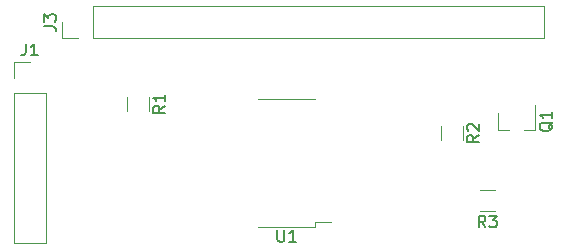
<source format=gbr>
G04 #@! TF.GenerationSoftware,KiCad,Pcbnew,(5.0.0)*
G04 #@! TF.CreationDate,2019-09-07T10:55:21+05:30*
G04 #@! TF.ProjectId,SerialShiftLCD,53657269616C53686966744C43442E6B,rev?*
G04 #@! TF.SameCoordinates,Original*
G04 #@! TF.FileFunction,Legend,Top*
G04 #@! TF.FilePolarity,Positive*
%FSLAX46Y46*%
G04 Gerber Fmt 4.6, Leading zero omitted, Abs format (unit mm)*
G04 Created by KiCad (PCBNEW (5.0.0)) date 09/07/19 10:55:21*
%MOMM*%
%LPD*%
G01*
G04 APERTURE LIST*
%ADD10C,0.120000*%
%ADD11C,0.150000*%
G04 APERTURE END LIST*
D10*
G04 #@! TO.C,J1*
X128527500Y-52257000D02*
X131187500Y-52257000D01*
X128527500Y-39497000D02*
X128527500Y-52257000D01*
X131187500Y-39497000D02*
X131187500Y-52257000D01*
X128527500Y-39497000D02*
X131187500Y-39497000D01*
X128527500Y-38227000D02*
X128527500Y-36897000D01*
X128527500Y-36897000D02*
X129857500Y-36897000D01*
G04 #@! TO.C,J3*
X173351500Y-34858000D02*
X173351500Y-32198000D01*
X135191500Y-34858000D02*
X173351500Y-34858000D01*
X135191500Y-32198000D02*
X173351500Y-32198000D01*
X135191500Y-34858000D02*
X135191500Y-32198000D01*
X133921500Y-34858000D02*
X132591500Y-34858000D01*
X132591500Y-34858000D02*
X132591500Y-33528000D01*
G04 #@! TO.C,Q1*
X169489000Y-42670000D02*
X170419000Y-42670000D01*
X172649000Y-42670000D02*
X171719000Y-42670000D01*
X172649000Y-42670000D02*
X172649000Y-40510000D01*
X169489000Y-42670000D02*
X169489000Y-41210000D01*
G04 #@! TO.C,R1*
X139911500Y-39847436D02*
X139911500Y-41051564D01*
X138091500Y-39847436D02*
X138091500Y-41051564D01*
G04 #@! TO.C,R2*
X164698000Y-42323936D02*
X164698000Y-43528064D01*
X166518000Y-42323936D02*
X166518000Y-43528064D01*
G04 #@! TO.C,R3*
X169194564Y-49551000D02*
X167990436Y-49551000D01*
X169194564Y-47731000D02*
X167990436Y-47731000D01*
G04 #@! TO.C,U1*
X153974500Y-50866000D02*
X153974500Y-50466000D01*
X153974500Y-50466000D02*
X155374500Y-50466000D01*
X153974500Y-50866000D02*
X149174500Y-50866000D01*
X153974500Y-40066000D02*
X149174500Y-40066000D01*
G04 #@! TO.C,J1*
D11*
X129524166Y-35349380D02*
X129524166Y-36063666D01*
X129476547Y-36206523D01*
X129381309Y-36301761D01*
X129238452Y-36349380D01*
X129143214Y-36349380D01*
X130524166Y-36349380D02*
X129952738Y-36349380D01*
X130238452Y-36349380D02*
X130238452Y-35349380D01*
X130143214Y-35492238D01*
X130047976Y-35587476D01*
X129952738Y-35635095D01*
G04 #@! TO.C,J3*
X131043880Y-33861333D02*
X131758166Y-33861333D01*
X131901023Y-33908952D01*
X131996261Y-34004190D01*
X132043880Y-34147047D01*
X132043880Y-34242285D01*
X131043880Y-33480380D02*
X131043880Y-32861333D01*
X131424833Y-33194666D01*
X131424833Y-33051809D01*
X131472452Y-32956571D01*
X131520071Y-32908952D01*
X131615309Y-32861333D01*
X131853404Y-32861333D01*
X131948642Y-32908952D01*
X131996261Y-32956571D01*
X132043880Y-33051809D01*
X132043880Y-33337523D01*
X131996261Y-33432761D01*
X131948642Y-33480380D01*
G04 #@! TO.C,Q1*
X174116619Y-42005238D02*
X174069000Y-42100476D01*
X173973761Y-42195714D01*
X173830904Y-42338571D01*
X173783285Y-42433809D01*
X173783285Y-42529047D01*
X174021380Y-42481428D02*
X173973761Y-42576666D01*
X173878523Y-42671904D01*
X173688047Y-42719523D01*
X173354714Y-42719523D01*
X173164238Y-42671904D01*
X173069000Y-42576666D01*
X173021380Y-42481428D01*
X173021380Y-42290952D01*
X173069000Y-42195714D01*
X173164238Y-42100476D01*
X173354714Y-42052857D01*
X173688047Y-42052857D01*
X173878523Y-42100476D01*
X173973761Y-42195714D01*
X174021380Y-42290952D01*
X174021380Y-42481428D01*
X174021380Y-41100476D02*
X174021380Y-41671904D01*
X174021380Y-41386190D02*
X173021380Y-41386190D01*
X173164238Y-41481428D01*
X173259476Y-41576666D01*
X173307095Y-41671904D01*
G04 #@! TO.C,R1*
X141273880Y-40616166D02*
X140797690Y-40949500D01*
X141273880Y-41187595D02*
X140273880Y-41187595D01*
X140273880Y-40806642D01*
X140321500Y-40711404D01*
X140369119Y-40663785D01*
X140464357Y-40616166D01*
X140607214Y-40616166D01*
X140702452Y-40663785D01*
X140750071Y-40711404D01*
X140797690Y-40806642D01*
X140797690Y-41187595D01*
X141273880Y-39663785D02*
X141273880Y-40235214D01*
X141273880Y-39949500D02*
X140273880Y-39949500D01*
X140416738Y-40044738D01*
X140511976Y-40139976D01*
X140559595Y-40235214D01*
G04 #@! TO.C,R2*
X167880380Y-43092666D02*
X167404190Y-43426000D01*
X167880380Y-43664095D02*
X166880380Y-43664095D01*
X166880380Y-43283142D01*
X166928000Y-43187904D01*
X166975619Y-43140285D01*
X167070857Y-43092666D01*
X167213714Y-43092666D01*
X167308952Y-43140285D01*
X167356571Y-43187904D01*
X167404190Y-43283142D01*
X167404190Y-43664095D01*
X166975619Y-42711714D02*
X166928000Y-42664095D01*
X166880380Y-42568857D01*
X166880380Y-42330761D01*
X166928000Y-42235523D01*
X166975619Y-42187904D01*
X167070857Y-42140285D01*
X167166095Y-42140285D01*
X167308952Y-42187904D01*
X167880380Y-42759333D01*
X167880380Y-42140285D01*
G04 #@! TO.C,R3*
X168425833Y-50913380D02*
X168092500Y-50437190D01*
X167854404Y-50913380D02*
X167854404Y-49913380D01*
X168235357Y-49913380D01*
X168330595Y-49961000D01*
X168378214Y-50008619D01*
X168425833Y-50103857D01*
X168425833Y-50246714D01*
X168378214Y-50341952D01*
X168330595Y-50389571D01*
X168235357Y-50437190D01*
X167854404Y-50437190D01*
X168759166Y-49913380D02*
X169378214Y-49913380D01*
X169044880Y-50294333D01*
X169187738Y-50294333D01*
X169282976Y-50341952D01*
X169330595Y-50389571D01*
X169378214Y-50484809D01*
X169378214Y-50722904D01*
X169330595Y-50818142D01*
X169282976Y-50865761D01*
X169187738Y-50913380D01*
X168902023Y-50913380D01*
X168806785Y-50865761D01*
X168759166Y-50818142D01*
G04 #@! TO.C,U1*
X150812595Y-51118380D02*
X150812595Y-51927904D01*
X150860214Y-52023142D01*
X150907833Y-52070761D01*
X151003071Y-52118380D01*
X151193547Y-52118380D01*
X151288785Y-52070761D01*
X151336404Y-52023142D01*
X151384023Y-51927904D01*
X151384023Y-51118380D01*
X152384023Y-52118380D02*
X151812595Y-52118380D01*
X152098309Y-52118380D02*
X152098309Y-51118380D01*
X152003071Y-51261238D01*
X151907833Y-51356476D01*
X151812595Y-51404095D01*
G04 #@! TD*
M02*

</source>
